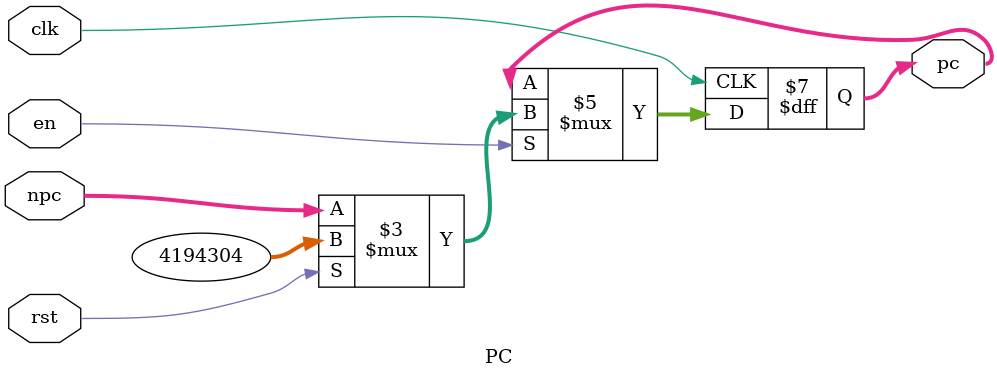
<source format=v>
`timescale 1ns / 1ps


module PC #(parameter WIDTH = 32)
           (input [0 : 0] clk,
            input [0 : 0] rst,
            input [0 : 0] en,
            input [WIDTH - 1 : 0] npc,
            output reg [WIDTH - 1 : 0] pc);
    
    always @(posedge clk)
    begin
        if (en) begin
            if (rst) begin
                pc <= 32'h00400000;
            end
            else
                pc <= npc;
        end
    end
    
endmodule

</source>
